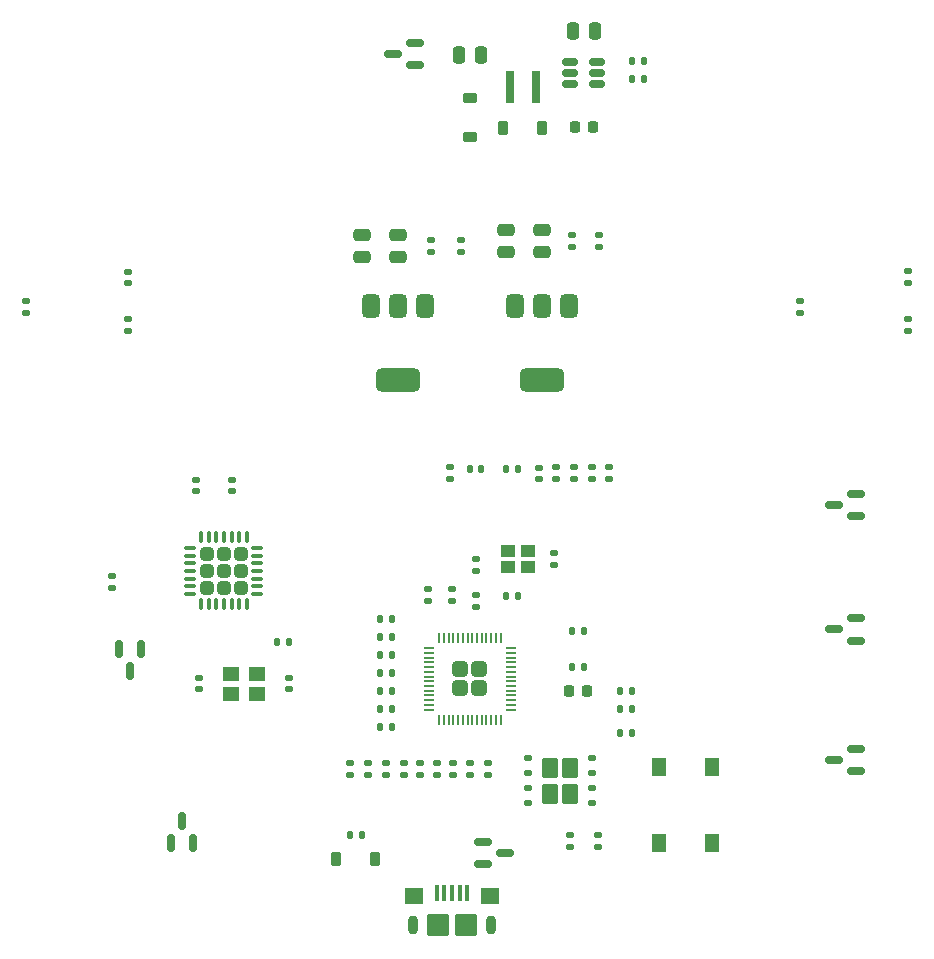
<source format=gbr>
%TF.GenerationSoftware,KiCad,Pcbnew,8.0.2-8.0.2-0~ubuntu22.04.1*%
%TF.CreationDate,2024-05-19T11:55:34-05:00*%
%TF.ProjectId,FRCMotorTester,4652434d-6f74-46f7-9254-65737465722e,rev?*%
%TF.SameCoordinates,Original*%
%TF.FileFunction,Paste,Top*%
%TF.FilePolarity,Positive*%
%FSLAX46Y46*%
G04 Gerber Fmt 4.6, Leading zero omitted, Abs format (unit mm)*
G04 Created by KiCad (PCBNEW 8.0.2-8.0.2-0~ubuntu22.04.1) date 2024-05-19 11:55:34*
%MOMM*%
%LPD*%
G01*
G04 APERTURE LIST*
G04 Aperture macros list*
%AMRoundRect*
0 Rectangle with rounded corners*
0 $1 Rounding radius*
0 $2 $3 $4 $5 $6 $7 $8 $9 X,Y pos of 4 corners*
0 Add a 4 corners polygon primitive as box body*
4,1,4,$2,$3,$4,$5,$6,$7,$8,$9,$2,$3,0*
0 Add four circle primitives for the rounded corners*
1,1,$1+$1,$2,$3*
1,1,$1+$1,$4,$5*
1,1,$1+$1,$6,$7*
1,1,$1+$1,$8,$9*
0 Add four rect primitives between the rounded corners*
20,1,$1+$1,$2,$3,$4,$5,0*
20,1,$1+$1,$4,$5,$6,$7,0*
20,1,$1+$1,$6,$7,$8,$9,0*
20,1,$1+$1,$8,$9,$2,$3,0*%
G04 Aperture macros list end*
%ADD10RoundRect,0.135000X0.135000X0.185000X-0.135000X0.185000X-0.135000X-0.185000X0.135000X-0.185000X0*%
%ADD11RoundRect,0.250000X0.475000X-0.250000X0.475000X0.250000X-0.475000X0.250000X-0.475000X-0.250000X0*%
%ADD12RoundRect,0.140000X-0.140000X-0.170000X0.140000X-0.170000X0.140000X0.170000X-0.140000X0.170000X0*%
%ADD13RoundRect,0.135000X-0.185000X0.135000X-0.185000X-0.135000X0.185000X-0.135000X0.185000X0.135000X0*%
%ADD14RoundRect,0.140000X0.170000X-0.140000X0.170000X0.140000X-0.170000X0.140000X-0.170000X-0.140000X0*%
%ADD15RoundRect,0.140000X-0.170000X0.140000X-0.170000X-0.140000X0.170000X-0.140000X0.170000X0.140000X0*%
%ADD16R,1.295400X1.549400*%
%ADD17RoundRect,0.250000X-0.250000X-0.475000X0.250000X-0.475000X0.250000X0.475000X-0.250000X0.475000X0*%
%ADD18RoundRect,0.249999X0.395001X0.395001X-0.395001X0.395001X-0.395001X-0.395001X0.395001X-0.395001X0*%
%ADD19RoundRect,0.050000X0.387500X0.050000X-0.387500X0.050000X-0.387500X-0.050000X0.387500X-0.050000X0*%
%ADD20RoundRect,0.050000X0.050000X0.387500X-0.050000X0.387500X-0.050000X-0.387500X0.050000X-0.387500X0*%
%ADD21RoundRect,0.100000X-0.100000X-0.575000X0.100000X-0.575000X0.100000X0.575000X-0.100000X0.575000X0*%
%ADD22O,0.900000X1.600000*%
%ADD23RoundRect,0.250000X-0.550000X-0.450000X0.550000X-0.450000X0.550000X0.450000X-0.550000X0.450000X0*%
%ADD24RoundRect,0.250000X-0.700000X-0.700000X0.700000X-0.700000X0.700000X0.700000X-0.700000X0.700000X0*%
%ADD25R,1.150000X1.000000*%
%ADD26RoundRect,0.250000X-0.435000X-0.615000X0.435000X-0.615000X0.435000X0.615000X-0.435000X0.615000X0*%
%ADD27RoundRect,0.125000X-0.250000X-0.125000X0.250000X-0.125000X0.250000X0.125000X-0.250000X0.125000X0*%
%ADD28RoundRect,0.225000X0.225000X0.375000X-0.225000X0.375000X-0.225000X-0.375000X0.225000X-0.375000X0*%
%ADD29RoundRect,0.135000X0.185000X-0.135000X0.185000X0.135000X-0.185000X0.135000X-0.185000X-0.135000X0*%
%ADD30RoundRect,0.150000X0.587500X0.150000X-0.587500X0.150000X-0.587500X-0.150000X0.587500X-0.150000X0*%
%ADD31RoundRect,0.225000X-0.225000X-0.375000X0.225000X-0.375000X0.225000X0.375000X-0.225000X0.375000X0*%
%ADD32RoundRect,0.375000X-0.375000X0.625000X-0.375000X-0.625000X0.375000X-0.625000X0.375000X0.625000X0*%
%ADD33RoundRect,0.500000X-1.400000X0.500000X-1.400000X-0.500000X1.400000X-0.500000X1.400000X0.500000X0*%
%ADD34R,1.400000X1.200000*%
%ADD35RoundRect,0.140000X0.140000X0.170000X-0.140000X0.170000X-0.140000X-0.170000X0.140000X-0.170000X0*%
%ADD36RoundRect,0.150000X-0.150000X0.587500X-0.150000X-0.587500X0.150000X-0.587500X0.150000X0.587500X0*%
%ADD37RoundRect,0.150000X-0.587500X-0.150000X0.587500X-0.150000X0.587500X0.150000X-0.587500X0.150000X0*%
%ADD38RoundRect,0.150000X0.150000X-0.587500X0.150000X0.587500X-0.150000X0.587500X-0.150000X-0.587500X0*%
%ADD39RoundRect,0.250000X0.250000X0.475000X-0.250000X0.475000X-0.250000X-0.475000X0.250000X-0.475000X0*%
%ADD40RoundRect,0.225000X0.225000X0.250000X-0.225000X0.250000X-0.225000X-0.250000X0.225000X-0.250000X0*%
%ADD41RoundRect,0.135000X-0.135000X-0.185000X0.135000X-0.185000X0.135000X0.185000X-0.135000X0.185000X0*%
%ADD42RoundRect,0.218750X-0.218750X-0.256250X0.218750X-0.256250X0.218750X0.256250X-0.218750X0.256250X0*%
%ADD43R,0.800000X2.700000*%
%ADD44RoundRect,0.250000X-0.320000X0.320000X-0.320000X-0.320000X0.320000X-0.320000X0.320000X0.320000X0*%
%ADD45RoundRect,0.075000X-0.075000X0.437500X-0.075000X-0.437500X0.075000X-0.437500X0.075000X0.437500X0*%
%ADD46RoundRect,0.075000X-0.437500X0.075000X-0.437500X-0.075000X0.437500X-0.075000X0.437500X0.075000X0*%
%ADD47RoundRect,0.150000X0.512500X0.150000X-0.512500X0.150000X-0.512500X-0.150000X0.512500X-0.150000X0*%
%ADD48RoundRect,0.225000X0.375000X-0.225000X0.375000X0.225000X-0.375000X0.225000X-0.375000X-0.225000X0*%
G04 APERTURE END LIST*
D10*
%TO.C,R3*%
X146306000Y-97028000D03*
X145286000Y-97028000D03*
%TD*%
D11*
%TO.C,C22*%
X123456500Y-56752000D03*
X123456500Y-54852000D03*
%TD*%
D12*
%TO.C,C2*%
X141252000Y-88392000D03*
X142212000Y-88392000D03*
%TD*%
D13*
%TO.C,R16*%
X141224000Y-54862000D03*
X141224000Y-55882000D03*
%TD*%
D14*
%TO.C,C39*%
X144373600Y-75511600D03*
X144373600Y-74551600D03*
%TD*%
D15*
%TO.C,C32*%
X169672000Y-57940000D03*
X169672000Y-58900000D03*
%TD*%
D16*
%TO.C,SW1*%
X148625999Y-106374001D03*
X148625999Y-99873999D03*
X153126001Y-106374001D03*
X153126001Y-99873999D03*
%TD*%
D15*
%TO.C,C8*%
X143459200Y-105692000D03*
X143459200Y-106652000D03*
%TD*%
D17*
%TO.C,C24*%
X141290000Y-37592000D03*
X143190000Y-37592000D03*
%TD*%
D18*
%TO.C,U2*%
X133388000Y-93256000D03*
X133388000Y-91656000D03*
X131788000Y-93256000D03*
X131788000Y-91656000D03*
D19*
X136025500Y-95056000D03*
X136025500Y-94656000D03*
X136025500Y-94256000D03*
X136025500Y-93856000D03*
X136025500Y-93456000D03*
X136025500Y-93056000D03*
X136025500Y-92656000D03*
X136025500Y-92256000D03*
X136025500Y-91856000D03*
X136025500Y-91456000D03*
X136025500Y-91056000D03*
X136025500Y-90656000D03*
X136025500Y-90256000D03*
X136025500Y-89856000D03*
D20*
X135188000Y-89018500D03*
X134788000Y-89018500D03*
X134388000Y-89018500D03*
X133988000Y-89018500D03*
X133588000Y-89018500D03*
X133188000Y-89018500D03*
X132788000Y-89018500D03*
X132388000Y-89018500D03*
X131988000Y-89018500D03*
X131588000Y-89018500D03*
X131188000Y-89018500D03*
X130788000Y-89018500D03*
X130388000Y-89018500D03*
X129988000Y-89018500D03*
D19*
X129150500Y-89856000D03*
X129150500Y-90256000D03*
X129150500Y-90656000D03*
X129150500Y-91056000D03*
X129150500Y-91456000D03*
X129150500Y-91856000D03*
X129150500Y-92256000D03*
X129150500Y-92656000D03*
X129150500Y-93056000D03*
X129150500Y-93456000D03*
X129150500Y-93856000D03*
X129150500Y-94256000D03*
X129150500Y-94656000D03*
X129150500Y-95056000D03*
D20*
X129988000Y-95893500D03*
X130388000Y-95893500D03*
X130788000Y-95893500D03*
X131188000Y-95893500D03*
X131588000Y-95893500D03*
X131988000Y-95893500D03*
X132388000Y-95893500D03*
X132788000Y-95893500D03*
X133188000Y-95893500D03*
X133588000Y-95893500D03*
X133988000Y-95893500D03*
X134388000Y-95893500D03*
X134788000Y-95893500D03*
X135188000Y-95893500D03*
%TD*%
D21*
%TO.C,J1*%
X129764000Y-110609000D03*
X130414000Y-110609000D03*
X131064000Y-110609000D03*
X131714000Y-110609000D03*
X132364000Y-110609000D03*
D22*
X127764000Y-113284000D03*
D23*
X127864000Y-110834000D03*
D24*
X129864000Y-113284000D03*
X132264000Y-113284000D03*
D23*
X134264000Y-110834000D03*
D22*
X134364000Y-113284000D03*
%TD*%
D14*
%TO.C,C35*%
X138430000Y-75562400D03*
X138430000Y-74602400D03*
%TD*%
D25*
%TO.C,Y1*%
X135777000Y-82996000D03*
X137527000Y-82996000D03*
X137527000Y-81596000D03*
X135777000Y-81596000D03*
%TD*%
D14*
%TO.C,C36*%
X139903200Y-75511600D03*
X139903200Y-74551600D03*
%TD*%
D15*
%TO.C,C16*%
X125476000Y-99596000D03*
X125476000Y-100556000D03*
%TD*%
D12*
%TO.C,C41*%
X135664000Y-74676000D03*
X136624000Y-74676000D03*
%TD*%
D26*
%TO.C,U1*%
X139358000Y-100017000D03*
X139358000Y-102167000D03*
X141058000Y-100017000D03*
X141058000Y-102167000D03*
D27*
X137508000Y-99187000D03*
X137508000Y-100457000D03*
X137508000Y-101727000D03*
X137508000Y-102997000D03*
X142908000Y-102997000D03*
X142908000Y-101727000D03*
X142908000Y-100457000D03*
X142908000Y-99187000D03*
%TD*%
D12*
%TO.C,C43*%
X122456000Y-105664000D03*
X123416000Y-105664000D03*
%TD*%
D14*
%TO.C,C38*%
X142900400Y-75511600D03*
X142900400Y-74551600D03*
%TD*%
D28*
%TO.C,D2*%
X138708400Y-45770800D03*
X135408400Y-45770800D03*
%TD*%
D14*
%TO.C,C33*%
X169672000Y-62964000D03*
X169672000Y-62004000D03*
%TD*%
D12*
%TO.C,C1*%
X141252000Y-91440000D03*
X142212000Y-91440000D03*
%TD*%
D29*
%TO.C,R5*%
X131191000Y-100586000D03*
X131191000Y-99566000D03*
%TD*%
D30*
%TO.C,D5*%
X165275500Y-100264000D03*
X165275500Y-98364000D03*
X163400500Y-99314000D03*
%TD*%
%TO.C,D7*%
X165275500Y-78659000D03*
X165275500Y-76759000D03*
X163400500Y-77709000D03*
%TD*%
D31*
%TO.C,D11*%
X121286000Y-107696000D03*
X124586000Y-107696000D03*
%TD*%
D32*
%TO.C,U7*%
X140984000Y-60858000D03*
X138684000Y-60858000D03*
D33*
X138684000Y-67158000D03*
D32*
X136384000Y-60858000D03*
%TD*%
D29*
%TO.C,R15*%
X143510000Y-55882000D03*
X143510000Y-54862000D03*
%TD*%
%TO.C,R13*%
X131838500Y-56312000D03*
X131838500Y-55292000D03*
%TD*%
D34*
%TO.C,Y2*%
X114570000Y-92012000D03*
X112370000Y-92012000D03*
X112370000Y-93712000D03*
X114570000Y-93712000D03*
%TD*%
D35*
%TO.C,C5*%
X125956000Y-96520000D03*
X124996000Y-96520000D03*
%TD*%
D11*
%TO.C,C23*%
X126504500Y-56752000D03*
X126504500Y-54852000D03*
%TD*%
D35*
%TO.C,C40*%
X133525200Y-74676000D03*
X132565200Y-74676000D03*
%TD*%
D36*
%TO.C,D4*%
X104768000Y-89892500D03*
X102868000Y-89892500D03*
X103818000Y-91767500D03*
%TD*%
D13*
%TO.C,R1*%
X133096000Y-85342000D03*
X133096000Y-86362000D03*
%TD*%
D15*
%TO.C,C21*%
X109660000Y-92382000D03*
X109660000Y-93342000D03*
%TD*%
D14*
%TO.C,C42*%
X130911600Y-75511600D03*
X130911600Y-74551600D03*
%TD*%
D37*
%TO.C,D9*%
X133682500Y-106238000D03*
X133682500Y-108138000D03*
X135557500Y-107188000D03*
%TD*%
D38*
%TO.C,D8*%
X107254000Y-106347500D03*
X109154000Y-106347500D03*
X108204000Y-104472500D03*
%TD*%
D14*
%TO.C,C9*%
X131064000Y-85824000D03*
X131064000Y-84864000D03*
%TD*%
D35*
%TO.C,C15*%
X125956000Y-93472000D03*
X124996000Y-93472000D03*
%TD*%
D14*
%TO.C,C37*%
X141376400Y-75511600D03*
X141376400Y-74551600D03*
%TD*%
%TO.C,C30*%
X103632000Y-62964000D03*
X103632000Y-62004000D03*
%TD*%
D10*
%TO.C,R4*%
X146306000Y-94996000D03*
X145286000Y-94996000D03*
%TD*%
D15*
%TO.C,C20*%
X117280000Y-92382000D03*
X117280000Y-93342000D03*
%TD*%
D13*
%TO.C,R8*%
X122428000Y-99566000D03*
X122428000Y-100586000D03*
%TD*%
D14*
%TO.C,C17*%
X109406000Y-76578000D03*
X109406000Y-75618000D03*
%TD*%
D39*
%TO.C,C28*%
X133538000Y-39624000D03*
X131638000Y-39624000D03*
%TD*%
D15*
%TO.C,C44*%
X134112000Y-99596000D03*
X134112000Y-100556000D03*
%TD*%
D12*
%TO.C,C19*%
X116292000Y-89306000D03*
X117252000Y-89306000D03*
%TD*%
D15*
%TO.C,C45*%
X132588000Y-99596000D03*
X132588000Y-100556000D03*
%TD*%
D40*
%TO.C,C26*%
X143015000Y-45720000D03*
X141465000Y-45720000D03*
%TD*%
D10*
%TO.C,R2*%
X136654000Y-85471000D03*
X135634000Y-85471000D03*
%TD*%
D11*
%TO.C,C25*%
X135636000Y-56322000D03*
X135636000Y-54422000D03*
%TD*%
D29*
%TO.C,R6*%
X129794000Y-100586000D03*
X129794000Y-99566000D03*
%TD*%
D32*
%TO.C,U5*%
X128792000Y-60858000D03*
X126492000Y-60858000D03*
D33*
X126492000Y-67158000D03*
D32*
X124192000Y-60858000D03*
%TD*%
D14*
%TO.C,C31*%
X94996000Y-61440000D03*
X94996000Y-60480000D03*
%TD*%
D13*
%TO.C,R12*%
X102294000Y-83716000D03*
X102294000Y-84736000D03*
%TD*%
D41*
%TO.C,R18*%
X146302000Y-40132000D03*
X147322000Y-40132000D03*
%TD*%
D10*
%TO.C,R17*%
X147322000Y-41656000D03*
X146302000Y-41656000D03*
%TD*%
D41*
%TO.C,R10*%
X124966000Y-91948000D03*
X125986000Y-91948000D03*
%TD*%
D30*
%TO.C,Q2*%
X127937500Y-40485100D03*
X127937500Y-38585100D03*
X126062500Y-39535100D03*
%TD*%
D15*
%TO.C,C14*%
X127000000Y-99596000D03*
X127000000Y-100556000D03*
%TD*%
D41*
%TO.C,R7*%
X145286000Y-93472000D03*
X146306000Y-93472000D03*
%TD*%
D15*
%TO.C,C3*%
X139700000Y-81816000D03*
X139700000Y-82776000D03*
%TD*%
D10*
%TO.C,R11*%
X125986000Y-90424000D03*
X124966000Y-90424000D03*
%TD*%
D15*
%TO.C,C13*%
X128397000Y-99596000D03*
X128397000Y-100556000D03*
%TD*%
D35*
%TO.C,C11*%
X125956000Y-88900000D03*
X124996000Y-88900000D03*
%TD*%
D14*
%TO.C,C18*%
X112454000Y-76578000D03*
X112454000Y-75618000D03*
%TD*%
D13*
%TO.C,R14*%
X129298500Y-55292000D03*
X129298500Y-56312000D03*
%TD*%
D30*
%TO.C,D6*%
X165275500Y-89215000D03*
X165275500Y-87315000D03*
X163400500Y-88265000D03*
%TD*%
D11*
%TO.C,C27*%
X138684000Y-56322000D03*
X138684000Y-54422000D03*
%TD*%
D42*
%TO.C,D1*%
X140944500Y-93472000D03*
X142519500Y-93472000D03*
%TD*%
D15*
%TO.C,C4*%
X133096000Y-82324000D03*
X133096000Y-83284000D03*
%TD*%
%TO.C,C29*%
X103632000Y-57968000D03*
X103632000Y-58928000D03*
%TD*%
D14*
%TO.C,C7*%
X129032000Y-85824000D03*
X129032000Y-84864000D03*
%TD*%
D43*
%TO.C,L1*%
X138209200Y-42316400D03*
X136009200Y-42316400D03*
%TD*%
D29*
%TO.C,R9*%
X123952000Y-100586000D03*
X123952000Y-99566000D03*
%TD*%
D44*
%TO.C,U3*%
X113180000Y-81892000D03*
X111760000Y-81892000D03*
X110340000Y-81892000D03*
X113180000Y-83312000D03*
X111760000Y-83312000D03*
X110340000Y-83312000D03*
X113180000Y-84732000D03*
X111760000Y-84732000D03*
X110340000Y-84732000D03*
D45*
X113710000Y-80474500D03*
X113060000Y-80474500D03*
X112410000Y-80474500D03*
X111760000Y-80474500D03*
X111110000Y-80474500D03*
X110460000Y-80474500D03*
X109810000Y-80474500D03*
D46*
X108922500Y-81362000D03*
X108922500Y-82012000D03*
X108922500Y-82662000D03*
X108922500Y-83312000D03*
X108922500Y-83962000D03*
X108922500Y-84612000D03*
X108922500Y-85262000D03*
D45*
X109810000Y-86149500D03*
X110460000Y-86149500D03*
X111110000Y-86149500D03*
X111760000Y-86149500D03*
X112410000Y-86149500D03*
X113060000Y-86149500D03*
X113710000Y-86149500D03*
D46*
X114597500Y-85262000D03*
X114597500Y-84612000D03*
X114597500Y-83962000D03*
X114597500Y-83312000D03*
X114597500Y-82662000D03*
X114597500Y-82012000D03*
X114597500Y-81362000D03*
%TD*%
D47*
%TO.C,U6*%
X143377500Y-42098000D03*
X143377500Y-41148000D03*
X143377500Y-40198000D03*
X141102500Y-40198000D03*
X141102500Y-41148000D03*
X141102500Y-42098000D03*
%TD*%
D35*
%TO.C,C12*%
X125956000Y-87376000D03*
X124996000Y-87376000D03*
%TD*%
%TO.C,C6*%
X125956000Y-94996000D03*
X124996000Y-94996000D03*
%TD*%
D15*
%TO.C,C10*%
X141097000Y-105692000D03*
X141097000Y-106652000D03*
%TD*%
D14*
%TO.C,C34*%
X160528000Y-61440000D03*
X160528000Y-60480000D03*
%TD*%
D48*
%TO.C,D3*%
X132588000Y-46608000D03*
X132588000Y-43308000D03*
%TD*%
M02*

</source>
